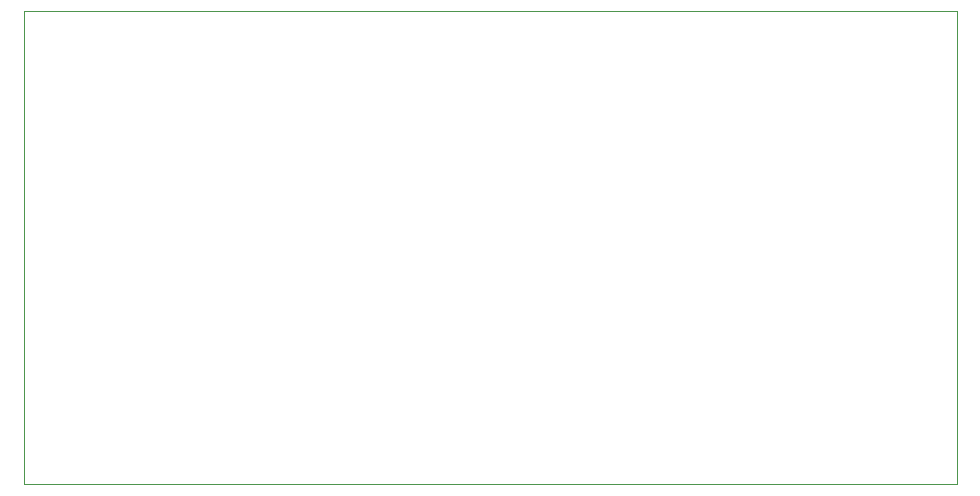
<source format=gbr>
%TF.GenerationSoftware,KiCad,Pcbnew,(5.1.9)-1*%
%TF.CreationDate,2023-03-27T19:22:00+02:00*%
%TF.ProjectId,Tachymetre,54616368-796d-4657-9472-652e6b696361,rev?*%
%TF.SameCoordinates,PX41cdb40PY7459280*%
%TF.FileFunction,Profile,NP*%
%FSLAX46Y46*%
G04 Gerber Fmt 4.6, Leading zero omitted, Abs format (unit mm)*
G04 Created by KiCad (PCBNEW (5.1.9)-1) date 2023-03-27 19:22:00*
%MOMM*%
%LPD*%
G01*
G04 APERTURE LIST*
%TA.AperFunction,Profile*%
%ADD10C,0.050000*%
%TD*%
G04 APERTURE END LIST*
D10*
X0Y40000000D02*
X0Y0D01*
X79000000Y40000000D02*
X0Y40000000D01*
X79000000Y0D02*
X79000000Y40000000D01*
X0Y0D02*
X79000000Y0D01*
M02*

</source>
